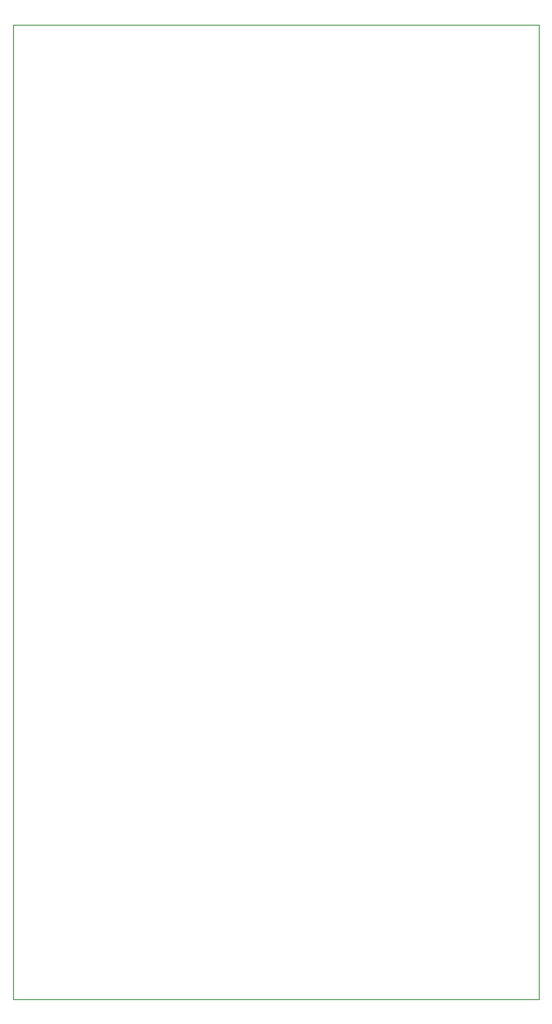
<source format=gbr>
G04 #@! TF.GenerationSoftware,KiCad,Pcbnew,(5.1.2)-1*
G04 #@! TF.CreationDate,2020-04-16T17:30:29+02:00*
G04 #@! TF.ProjectId,Test-PCB_for_Arduino-DAC,54657374-2d50-4434-925f-666f725f4172,0.0.1*
G04 #@! TF.SameCoordinates,Original*
G04 #@! TF.FileFunction,Profile,NP*
%FSLAX46Y46*%
G04 Gerber Fmt 4.6, Leading zero omitted, Abs format (unit mm)*
G04 Created by KiCad (PCBNEW (5.1.2)-1) date 2020-04-16 17:30:29*
%MOMM*%
%LPD*%
G04 APERTURE LIST*
%ADD10C,0.050000*%
G04 APERTURE END LIST*
D10*
X63970000Y-36690000D02*
X117970000Y-36690000D01*
X117970000Y-36690000D02*
X117970000Y-136690000D01*
X63970000Y-136690000D02*
X117970000Y-136690000D01*
X63970000Y-36690000D02*
X63970000Y-136690000D01*
M02*

</source>
